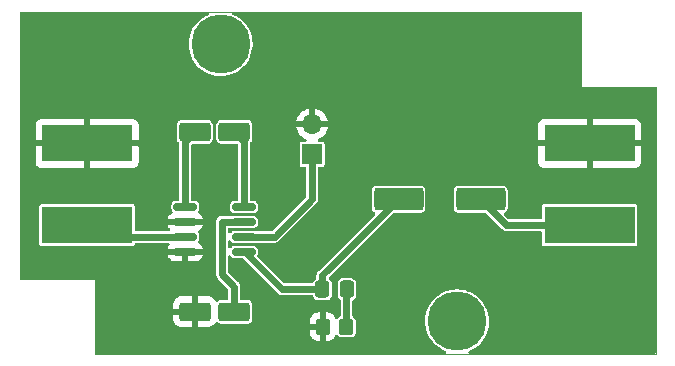
<source format=gbr>
%TF.GenerationSoftware,KiCad,Pcbnew,(6.0.5-0)*%
%TF.CreationDate,2022-12-05T01:18:56+00:00*%
%TF.ProjectId,Ebow,45626f77-2e6b-4696-9361-645f70636258,rev?*%
%TF.SameCoordinates,Original*%
%TF.FileFunction,Copper,L1,Top*%
%TF.FilePolarity,Positive*%
%FSLAX46Y46*%
G04 Gerber Fmt 4.6, Leading zero omitted, Abs format (unit mm)*
G04 Created by KiCad (PCBNEW (6.0.5-0)) date 2022-12-05 01:18:56*
%MOMM*%
%LPD*%
G01*
G04 APERTURE LIST*
G04 Aperture macros list*
%AMRoundRect*
0 Rectangle with rounded corners*
0 $1 Rounding radius*
0 $2 $3 $4 $5 $6 $7 $8 $9 X,Y pos of 4 corners*
0 Add a 4 corners polygon primitive as box body*
4,1,4,$2,$3,$4,$5,$6,$7,$8,$9,$2,$3,0*
0 Add four circle primitives for the rounded corners*
1,1,$1+$1,$2,$3*
1,1,$1+$1,$4,$5*
1,1,$1+$1,$6,$7*
1,1,$1+$1,$8,$9*
0 Add four rect primitives between the rounded corners*
20,1,$1+$1,$2,$3,$4,$5,0*
20,1,$1+$1,$4,$5,$6,$7,0*
20,1,$1+$1,$6,$7,$8,$9,0*
20,1,$1+$1,$8,$9,$2,$3,0*%
G04 Aperture macros list end*
%TA.AperFunction,Profile*%
%ADD10C,0.100000*%
%TD*%
%TA.AperFunction,SMDPad,CuDef*%
%ADD11R,7.700000X3.100000*%
%TD*%
%TA.AperFunction,ConnectorPad*%
%ADD12C,5.000000*%
%TD*%
%TA.AperFunction,ComponentPad*%
%ADD13C,2.900000*%
%TD*%
%TA.AperFunction,SMDPad,CuDef*%
%ADD14RoundRect,0.150000X-0.825000X-0.150000X0.825000X-0.150000X0.825000X0.150000X-0.825000X0.150000X0*%
%TD*%
%TA.AperFunction,SMDPad,CuDef*%
%ADD15RoundRect,0.250000X0.350000X0.450000X-0.350000X0.450000X-0.350000X-0.450000X0.350000X-0.450000X0*%
%TD*%
%TA.AperFunction,ComponentPad*%
%ADD16R,1.700000X1.700000*%
%TD*%
%TA.AperFunction,ComponentPad*%
%ADD17O,1.700000X1.700000*%
%TD*%
%TA.AperFunction,SMDPad,CuDef*%
%ADD18RoundRect,0.250000X-1.825000X-0.700000X1.825000X-0.700000X1.825000X0.700000X-1.825000X0.700000X0*%
%TD*%
%TA.AperFunction,SMDPad,CuDef*%
%ADD19RoundRect,0.250000X0.337500X0.475000X-0.337500X0.475000X-0.337500X-0.475000X0.337500X-0.475000X0*%
%TD*%
%TA.AperFunction,SMDPad,CuDef*%
%ADD20RoundRect,0.250000X1.075000X0.550000X-1.075000X0.550000X-1.075000X-0.550000X1.075000X-0.550000X0*%
%TD*%
%TA.AperFunction,Conductor*%
%ADD21C,0.600000*%
%TD*%
G04 APERTURE END LIST*
D10*
X98298000Y-107950000D02*
X104648000Y-107950000D01*
X98298000Y-101600000D02*
X98298000Y-107950000D01*
X104648000Y-107950000D02*
X104648000Y-130556000D01*
X57150000Y-124206000D02*
X50800000Y-124206000D01*
X57150000Y-124206000D02*
X57150000Y-130556000D01*
X50800000Y-124206000D02*
X50800000Y-101600000D01*
X104648000Y-130556000D02*
X57150000Y-130556000D01*
X50800000Y-101600000D02*
X98298000Y-101600000D01*
D11*
%TO.P,L2,1,1*%
%TO.N,Net-(C4-Pad2)*%
X99060000Y-119655000D03*
%TO.P,L2,2,2*%
%TO.N,GND*%
X99060000Y-112755000D03*
%TD*%
D12*
%TO.P,H2,1*%
%TO.N,N/C*%
X87833200Y-127812800D03*
D13*
X87833200Y-127812800D03*
%TD*%
D12*
%TO.P,H1,1*%
%TO.N,N/C*%
X67818000Y-104343200D03*
D13*
X67818000Y-104343200D03*
%TD*%
D14*
%TO.P,U1,1,GAIN*%
%TO.N,/GAIN1*%
X64835000Y-118110000D03*
%TO.P,U1,2,-*%
%TO.N,GND*%
X64835000Y-119380000D03*
%TO.P,U1,3,+*%
%TO.N,Net-(L1-Pad2)*%
X64835000Y-120650000D03*
%TO.P,U1,4,GND*%
%TO.N,GND*%
X64835000Y-121920000D03*
%TO.P,U1,5*%
%TO.N,Net-(C3-Pad2)*%
X69785000Y-121920000D03*
%TO.P,U1,6,V+*%
%TO.N,+5V*%
X69785000Y-120650000D03*
%TO.P,U1,7,BYPASS*%
%TO.N,/BYPASS1*%
X69785000Y-119380000D03*
%TO.P,U1,8,GAIN*%
%TO.N,/GAIN2*%
X69785000Y-118110000D03*
%TD*%
D15*
%TO.P,R1,1*%
%TO.N,Net-(C3-Pad1)*%
X78470000Y-128270000D03*
%TO.P,R1,2*%
%TO.N,GND*%
X76470000Y-128270000D03*
%TD*%
D11*
%TO.P,L1,1,1*%
%TO.N,GND*%
X56515000Y-112755000D03*
%TO.P,L1,2,2*%
%TO.N,Net-(L1-Pad2)*%
X56515000Y-119655000D03*
%TD*%
D16*
%TO.P,J1,1,Pin_1*%
%TO.N,+5V*%
X75565000Y-113665000D03*
D17*
%TO.P,J1,2,Pin_2*%
%TO.N,GND*%
X75565000Y-111125000D03*
%TD*%
D18*
%TO.P,C4,1*%
%TO.N,Net-(C3-Pad2)*%
X82885000Y-117475000D03*
%TO.P,C4,2*%
%TO.N,Net-(C4-Pad2)*%
X89835000Y-117475000D03*
%TD*%
D19*
%TO.P,C3,1*%
%TO.N,Net-(C3-Pad1)*%
X78507500Y-125095000D03*
%TO.P,C3,2*%
%TO.N,Net-(C3-Pad2)*%
X76432500Y-125095000D03*
%TD*%
D20*
%TO.P,C2,1*%
%TO.N,/BYPASS1*%
X68985000Y-127000000D03*
%TO.P,C2,2*%
%TO.N,GND*%
X65635000Y-127000000D03*
%TD*%
%TO.P,C1,1*%
%TO.N,/GAIN2*%
X68985000Y-111760000D03*
%TO.P,C1,2*%
%TO.N,/GAIN1*%
X65635000Y-111760000D03*
%TD*%
D21*
%TO.N,+5V*%
X72390000Y-120650000D02*
X75565000Y-117475000D01*
X75565000Y-117475000D02*
X75565000Y-113665000D01*
X69785000Y-120650000D02*
X72390000Y-120650000D01*
%TO.N,Net-(C3-Pad2)*%
X69850000Y-121920000D02*
X73025000Y-125095000D01*
X69785000Y-121920000D02*
X69850000Y-121920000D01*
X73025000Y-125095000D02*
X76432500Y-125095000D01*
%TO.N,Net-(C4-Pad2)*%
X99060000Y-119655000D02*
X92015000Y-119655000D01*
X92015000Y-119655000D02*
X89835000Y-117475000D01*
%TO.N,Net-(C3-Pad2)*%
X76432500Y-125095000D02*
X76432500Y-123927500D01*
X76432500Y-123927500D02*
X82885000Y-117475000D01*
%TO.N,Net-(C3-Pad1)*%
X78470000Y-128270000D02*
X78470000Y-125132500D01*
X78470000Y-125132500D02*
X78507500Y-125095000D01*
%TO.N,/BYPASS1*%
X67945000Y-119380000D02*
X67945000Y-123825000D01*
X68985000Y-127000000D02*
X68985000Y-124865000D01*
X68985000Y-124865000D02*
X67945000Y-123825000D01*
X69785000Y-119380000D02*
X67945000Y-119380000D01*
%TO.N,Net-(L1-Pad2)*%
X64835000Y-120650000D02*
X57510000Y-120650000D01*
X57510000Y-120650000D02*
X56515000Y-119655000D01*
%TO.N,/GAIN1*%
X64835000Y-118110000D02*
X64835000Y-112560000D01*
X64835000Y-112560000D02*
X65635000Y-111760000D01*
%TO.N,/GAIN2*%
X69785000Y-118110000D02*
X69785000Y-112560000D01*
X69785000Y-112560000D02*
X68985000Y-111760000D01*
%TD*%
%TA.AperFunction,Conductor*%
%TO.N,GND*%
G36*
X66813425Y-101621002D02*
G01*
X66859918Y-101674658D01*
X66870022Y-101744932D01*
X66840528Y-101809512D01*
X66796250Y-101842241D01*
X66577153Y-101939103D01*
X66573899Y-101941039D01*
X66573893Y-101941042D01*
X66551780Y-101954198D01*
X66297319Y-102105586D01*
X66039513Y-102304482D01*
X66036812Y-102307141D01*
X66036805Y-102307147D01*
X65810177Y-102530244D01*
X65807469Y-102532910D01*
X65805105Y-102535877D01*
X65805102Y-102535880D01*
X65790613Y-102554063D01*
X65604548Y-102787560D01*
X65433690Y-103064744D01*
X65297369Y-103360447D01*
X65296210Y-103364048D01*
X65296207Y-103364054D01*
X65287682Y-103390527D01*
X65197560Y-103670385D01*
X65196841Y-103674101D01*
X65196839Y-103674109D01*
X65136428Y-103986351D01*
X65136427Y-103986360D01*
X65135709Y-103990070D01*
X65135442Y-103993846D01*
X65135441Y-103993851D01*
X65133719Y-104018177D01*
X65112712Y-104314869D01*
X65128902Y-104640079D01*
X65129543Y-104643810D01*
X65129544Y-104643818D01*
X65144030Y-104728116D01*
X65184045Y-104960989D01*
X65185133Y-104964628D01*
X65185134Y-104964631D01*
X65208697Y-105043418D01*
X65277341Y-105272949D01*
X65407439Y-105571442D01*
X65572455Y-105852144D01*
X65574756Y-105855159D01*
X65767698Y-106107975D01*
X65767703Y-106107981D01*
X65769998Y-106110988D01*
X65997208Y-106344225D01*
X66250792Y-106548476D01*
X66527078Y-106720783D01*
X66822063Y-106858651D01*
X67131474Y-106960081D01*
X67450830Y-107023605D01*
X67454602Y-107023892D01*
X67454610Y-107023893D01*
X67771728Y-107048015D01*
X67771733Y-107048015D01*
X67775505Y-107048302D01*
X68100795Y-107033815D01*
X68421989Y-106980354D01*
X68734434Y-106888693D01*
X69033604Y-106760159D01*
X69036882Y-106758255D01*
X69036888Y-106758252D01*
X69200708Y-106663097D01*
X69315165Y-106596615D01*
X69575040Y-106400430D01*
X69809464Y-106174445D01*
X69811862Y-106171500D01*
X70012643Y-105924878D01*
X70012647Y-105924872D01*
X70015040Y-105921933D01*
X70188792Y-105646554D01*
X70328202Y-105352295D01*
X70431251Y-105043418D01*
X70496446Y-104724399D01*
X70522843Y-104399858D01*
X70523436Y-104343200D01*
X70503841Y-104018177D01*
X70499399Y-103993851D01*
X70446025Y-103701604D01*
X70445342Y-103697863D01*
X70348784Y-103386896D01*
X70215567Y-103089782D01*
X70047621Y-102810824D01*
X70045294Y-102807840D01*
X70045289Y-102807833D01*
X69849713Y-102557058D01*
X69849711Y-102557056D01*
X69847377Y-102554063D01*
X69617738Y-102323218D01*
X69362029Y-102121633D01*
X69083954Y-101952229D01*
X68840860Y-101841701D01*
X68787128Y-101795297D01*
X68767012Y-101727210D01*
X68786901Y-101659056D01*
X68840479Y-101612474D01*
X68893012Y-101601000D01*
X98171000Y-101601000D01*
X98239121Y-101621002D01*
X98285614Y-101674658D01*
X98297000Y-101727000D01*
X98297000Y-107949802D01*
X98296918Y-107950000D01*
X98297000Y-107950198D01*
X98297235Y-107950765D01*
X98298000Y-107951082D01*
X98298198Y-107951000D01*
X104521000Y-107951000D01*
X104589121Y-107971002D01*
X104635614Y-108024658D01*
X104647000Y-108077000D01*
X104647000Y-130429000D01*
X104626998Y-130497121D01*
X104573342Y-130543614D01*
X104521000Y-130555000D01*
X88904254Y-130555000D01*
X88836133Y-130534998D01*
X88789640Y-130481342D01*
X88779536Y-130411068D01*
X88809030Y-130346488D01*
X88854516Y-130313232D01*
X89045315Y-130231258D01*
X89048804Y-130229759D01*
X89052082Y-130227855D01*
X89052088Y-130227852D01*
X89215908Y-130132697D01*
X89330365Y-130066215D01*
X89590240Y-129870030D01*
X89824664Y-129644045D01*
X89827062Y-129641100D01*
X90027843Y-129394478D01*
X90027847Y-129394472D01*
X90030240Y-129391533D01*
X90203992Y-129116154D01*
X90273697Y-128969024D01*
X90341777Y-128825325D01*
X90343402Y-128821895D01*
X90446451Y-128513018D01*
X90511646Y-128193999D01*
X90538043Y-127869458D01*
X90538636Y-127812800D01*
X90536102Y-127770757D01*
X90519269Y-127491555D01*
X90519269Y-127491551D01*
X90519041Y-127487777D01*
X90514599Y-127463451D01*
X90477164Y-127258475D01*
X90460542Y-127167463D01*
X90363984Y-126856496D01*
X90230767Y-126559382D01*
X90062821Y-126280424D01*
X90060494Y-126277440D01*
X90060489Y-126277433D01*
X89864913Y-126026658D01*
X89864911Y-126026656D01*
X89862577Y-126023663D01*
X89632938Y-125792818D01*
X89620718Y-125783184D01*
X89380210Y-125593583D01*
X89377229Y-125591233D01*
X89099154Y-125421829D01*
X88980653Y-125367950D01*
X88806194Y-125288627D01*
X88806186Y-125288624D01*
X88802742Y-125287058D01*
X88492285Y-125188873D01*
X88350271Y-125162168D01*
X88176005Y-125129397D01*
X88176000Y-125129396D01*
X88172281Y-125128697D01*
X87847366Y-125107401D01*
X87843586Y-125107609D01*
X87843585Y-125107609D01*
X87746356Y-125112960D01*
X87522245Y-125125294D01*
X87518518Y-125125955D01*
X87518514Y-125125955D01*
X87259825Y-125171801D01*
X87201629Y-125182115D01*
X87198004Y-125183220D01*
X87197999Y-125183221D01*
X86996396Y-125244666D01*
X86890161Y-125277044D01*
X86886697Y-125278575D01*
X86886690Y-125278578D01*
X86703138Y-125359726D01*
X86592353Y-125408703D01*
X86589099Y-125410639D01*
X86589093Y-125410642D01*
X86340090Y-125558783D01*
X86312519Y-125575186D01*
X86309518Y-125577501D01*
X86309514Y-125577504D01*
X86190714Y-125669158D01*
X86054713Y-125774082D01*
X86052012Y-125776741D01*
X86052005Y-125776747D01*
X85825443Y-125999779D01*
X85822669Y-126002510D01*
X85820305Y-126005477D01*
X85820302Y-126005480D01*
X85641994Y-126229243D01*
X85619748Y-126257160D01*
X85448890Y-126534344D01*
X85312569Y-126830047D01*
X85311410Y-126833648D01*
X85311407Y-126833654D01*
X85217074Y-127126588D01*
X85212760Y-127139985D01*
X85212041Y-127143701D01*
X85212039Y-127143709D01*
X85151628Y-127455951D01*
X85151627Y-127455960D01*
X85150909Y-127459670D01*
X85150642Y-127463446D01*
X85150641Y-127463451D01*
X85128998Y-127769129D01*
X85127912Y-127784469D01*
X85131900Y-127864579D01*
X85139216Y-128011525D01*
X85144102Y-128109679D01*
X85144743Y-128113410D01*
X85144744Y-128113418D01*
X85178180Y-128307999D01*
X85199245Y-128430589D01*
X85200333Y-128434228D01*
X85200334Y-128434231D01*
X85231233Y-128537548D01*
X85292541Y-128742549D01*
X85294054Y-128746020D01*
X85294056Y-128746026D01*
X85375343Y-128932528D01*
X85422639Y-129041042D01*
X85424562Y-129044314D01*
X85424564Y-129044317D01*
X85427174Y-129048757D01*
X85587655Y-129321744D01*
X85589956Y-129324759D01*
X85782898Y-129577575D01*
X85782903Y-129577581D01*
X85785198Y-129580588D01*
X86012408Y-129813825D01*
X86265992Y-130018076D01*
X86542278Y-130190383D01*
X86626528Y-130229759D01*
X86808594Y-130314852D01*
X86861838Y-130361816D01*
X86881239Y-130430110D01*
X86860638Y-130498052D01*
X86806575Y-130544070D01*
X86755244Y-130555000D01*
X57277000Y-130555000D01*
X57208879Y-130534998D01*
X57162386Y-130481342D01*
X57151000Y-130429000D01*
X57151000Y-128767095D01*
X75362001Y-128767095D01*
X75362338Y-128773614D01*
X75372257Y-128869206D01*
X75375149Y-128882600D01*
X75426588Y-129036784D01*
X75432761Y-129049962D01*
X75518063Y-129187807D01*
X75527099Y-129199208D01*
X75641829Y-129313739D01*
X75653240Y-129322751D01*
X75791243Y-129407816D01*
X75804424Y-129413963D01*
X75958710Y-129465138D01*
X75972086Y-129468005D01*
X76066438Y-129477672D01*
X76072854Y-129478000D01*
X76197885Y-129478000D01*
X76213124Y-129473525D01*
X76214329Y-129472135D01*
X76216000Y-129464452D01*
X76216000Y-129459884D01*
X76724000Y-129459884D01*
X76728475Y-129475123D01*
X76729865Y-129476328D01*
X76737548Y-129477999D01*
X76867095Y-129477999D01*
X76873614Y-129477662D01*
X76969206Y-129467743D01*
X76982600Y-129464851D01*
X77136784Y-129413412D01*
X77149962Y-129407239D01*
X77287807Y-129321937D01*
X77299208Y-129312901D01*
X77413739Y-129198171D01*
X77422751Y-129186760D01*
X77507816Y-129048757D01*
X77513963Y-129035576D01*
X77523909Y-129005590D01*
X77564340Y-128947230D01*
X77629904Y-128919994D01*
X77699786Y-128932528D01*
X77744853Y-128970399D01*
X77792255Y-129034576D01*
X77792258Y-129034579D01*
X77797850Y-129042150D01*
X77805421Y-129047742D01*
X77899243Y-129117041D01*
X77899246Y-129117042D01*
X77906816Y-129122634D01*
X78034631Y-129167519D01*
X78042277Y-129168242D01*
X78042278Y-129168242D01*
X78048248Y-129168806D01*
X78066166Y-129170500D01*
X78873834Y-129170500D01*
X78891752Y-129168806D01*
X78897722Y-129168242D01*
X78897723Y-129168242D01*
X78905369Y-129167519D01*
X79033184Y-129122634D01*
X79040754Y-129117042D01*
X79040757Y-129117041D01*
X79134579Y-129047742D01*
X79142150Y-129042150D01*
X79169154Y-129005590D01*
X79217041Y-128940757D01*
X79217042Y-128940754D01*
X79222634Y-128933184D01*
X79267519Y-128805369D01*
X79270500Y-128773834D01*
X79270500Y-127766166D01*
X79267519Y-127734631D01*
X79222634Y-127606816D01*
X79217042Y-127599246D01*
X79217041Y-127599243D01*
X79147742Y-127505421D01*
X79142150Y-127497850D01*
X79033184Y-127417366D01*
X79033337Y-127417159D01*
X78986699Y-127371706D01*
X78970500Y-127309903D01*
X78970500Y-126092722D01*
X78990502Y-126024601D01*
X79041229Y-125980646D01*
X79040973Y-125980163D01*
X79043064Y-125979056D01*
X79044158Y-125978108D01*
X79047070Y-125976935D01*
X79049303Y-125975753D01*
X79058184Y-125972634D01*
X79065754Y-125967042D01*
X79065757Y-125967041D01*
X79159579Y-125897742D01*
X79167150Y-125892150D01*
X79193658Y-125856261D01*
X79242041Y-125790757D01*
X79242042Y-125790754D01*
X79247634Y-125783184D01*
X79292519Y-125655369D01*
X79295500Y-125623834D01*
X79295500Y-124566166D01*
X79292519Y-124534631D01*
X79247634Y-124406816D01*
X79242042Y-124399246D01*
X79242041Y-124399243D01*
X79172742Y-124305421D01*
X79167150Y-124297850D01*
X79150206Y-124285335D01*
X79065757Y-124222959D01*
X79065754Y-124222958D01*
X79058184Y-124217366D01*
X78930369Y-124172481D01*
X78922723Y-124171758D01*
X78922722Y-124171758D01*
X78916752Y-124171194D01*
X78898834Y-124169500D01*
X78116166Y-124169500D01*
X78098248Y-124171194D01*
X78092278Y-124171758D01*
X78092277Y-124171758D01*
X78084631Y-124172481D01*
X77956816Y-124217366D01*
X77949246Y-124222958D01*
X77949243Y-124222959D01*
X77864794Y-124285335D01*
X77847850Y-124297850D01*
X77842258Y-124305421D01*
X77772959Y-124399243D01*
X77772958Y-124399246D01*
X77767366Y-124406816D01*
X77722481Y-124534631D01*
X77719500Y-124566166D01*
X77719500Y-125623834D01*
X77722481Y-125655369D01*
X77767366Y-125783184D01*
X77772958Y-125790754D01*
X77772959Y-125790757D01*
X77821342Y-125856261D01*
X77847850Y-125892150D01*
X77855421Y-125897742D01*
X77918360Y-125944230D01*
X77961270Y-126000791D01*
X77969500Y-126045581D01*
X77969500Y-127309903D01*
X77949498Y-127378024D01*
X77906766Y-127417298D01*
X77906816Y-127417366D01*
X77797850Y-127497850D01*
X77792258Y-127505421D01*
X77744791Y-127569685D01*
X77688229Y-127612596D01*
X77617448Y-127618115D01*
X77554918Y-127584490D01*
X77523916Y-127534700D01*
X77513413Y-127503218D01*
X77507239Y-127490038D01*
X77421937Y-127352193D01*
X77412901Y-127340792D01*
X77298171Y-127226261D01*
X77286760Y-127217249D01*
X77148757Y-127132184D01*
X77135576Y-127126037D01*
X76981290Y-127074862D01*
X76967914Y-127071995D01*
X76873562Y-127062328D01*
X76867145Y-127062000D01*
X76742115Y-127062000D01*
X76726876Y-127066475D01*
X76725671Y-127067865D01*
X76724000Y-127075548D01*
X76724000Y-129459884D01*
X76216000Y-129459884D01*
X76216000Y-128542115D01*
X76211525Y-128526876D01*
X76210135Y-128525671D01*
X76202452Y-128524000D01*
X75380116Y-128524000D01*
X75364877Y-128528475D01*
X75363672Y-128529865D01*
X75362001Y-128537548D01*
X75362001Y-128767095D01*
X57151000Y-128767095D01*
X57151000Y-127597095D01*
X63802001Y-127597095D01*
X63802338Y-127603614D01*
X63812257Y-127699206D01*
X63815149Y-127712600D01*
X63866588Y-127866784D01*
X63872761Y-127879962D01*
X63958063Y-128017807D01*
X63967099Y-128029208D01*
X64081829Y-128143739D01*
X64093240Y-128152751D01*
X64231243Y-128237816D01*
X64244424Y-128243963D01*
X64398710Y-128295138D01*
X64412086Y-128298005D01*
X64506438Y-128307672D01*
X64512854Y-128308000D01*
X65362885Y-128308000D01*
X65378124Y-128303525D01*
X65379329Y-128302135D01*
X65381000Y-128294452D01*
X65381000Y-128289884D01*
X65889000Y-128289884D01*
X65893475Y-128305123D01*
X65894865Y-128306328D01*
X65902548Y-128307999D01*
X66757095Y-128307999D01*
X66763614Y-128307662D01*
X66859206Y-128297743D01*
X66872600Y-128294851D01*
X67026784Y-128243412D01*
X67039962Y-128237239D01*
X67177807Y-128151937D01*
X67189208Y-128142901D01*
X67303739Y-128028171D01*
X67312753Y-128016757D01*
X67389917Y-127891573D01*
X67442689Y-127844079D01*
X67512760Y-127832655D01*
X67577884Y-127860929D01*
X67583045Y-127865644D01*
X67587850Y-127872150D01*
X67595421Y-127877742D01*
X67689243Y-127947041D01*
X67689246Y-127947042D01*
X67696816Y-127952634D01*
X67824631Y-127997519D01*
X67832277Y-127998242D01*
X67832278Y-127998242D01*
X67838248Y-127998806D01*
X67856166Y-128000500D01*
X70113834Y-128000500D01*
X70131752Y-127998806D01*
X70137722Y-127998242D01*
X70137723Y-127998242D01*
X70141498Y-127997885D01*
X75362000Y-127997885D01*
X75366475Y-128013124D01*
X75367865Y-128014329D01*
X75375548Y-128016000D01*
X76197885Y-128016000D01*
X76213124Y-128011525D01*
X76214329Y-128010135D01*
X76216000Y-128002452D01*
X76216000Y-127080116D01*
X76211525Y-127064877D01*
X76210135Y-127063672D01*
X76202452Y-127062001D01*
X76072905Y-127062001D01*
X76066386Y-127062338D01*
X75970794Y-127072257D01*
X75957400Y-127075149D01*
X75803216Y-127126588D01*
X75790038Y-127132761D01*
X75652193Y-127218063D01*
X75640792Y-127227099D01*
X75526261Y-127341829D01*
X75517249Y-127353240D01*
X75432184Y-127491243D01*
X75426037Y-127504424D01*
X75374862Y-127658710D01*
X75371995Y-127672086D01*
X75362328Y-127766438D01*
X75362000Y-127772855D01*
X75362000Y-127997885D01*
X70141498Y-127997885D01*
X70145369Y-127997519D01*
X70273184Y-127952634D01*
X70280754Y-127947042D01*
X70280757Y-127947041D01*
X70374579Y-127877742D01*
X70382150Y-127872150D01*
X70411322Y-127832655D01*
X70457041Y-127770757D01*
X70457042Y-127770754D01*
X70462634Y-127763184D01*
X70507519Y-127635369D01*
X70510500Y-127603834D01*
X70510500Y-126396166D01*
X70507519Y-126364631D01*
X70462634Y-126236816D01*
X70457042Y-126229246D01*
X70457041Y-126229243D01*
X70387742Y-126135421D01*
X70382150Y-126127850D01*
X70334591Y-126092722D01*
X70280757Y-126052959D01*
X70280754Y-126052958D01*
X70273184Y-126047366D01*
X70145369Y-126002481D01*
X70137723Y-126001758D01*
X70137722Y-126001758D01*
X70131752Y-126001194D01*
X70113834Y-125999500D01*
X69611500Y-125999500D01*
X69543379Y-125979498D01*
X69496886Y-125925842D01*
X69485500Y-125873500D01*
X69485500Y-124935180D01*
X69486828Y-124923295D01*
X69486318Y-124923254D01*
X69487038Y-124914308D01*
X69489019Y-124905552D01*
X69485742Y-124852735D01*
X69485500Y-124844932D01*
X69485500Y-124829060D01*
X69484052Y-124818948D01*
X69483022Y-124808894D01*
X69480697Y-124771425D01*
X69480141Y-124762462D01*
X69477093Y-124754018D01*
X69476324Y-124750306D01*
X69472657Y-124735601D01*
X69471596Y-124731973D01*
X69470323Y-124723082D01*
X69451061Y-124680718D01*
X69447254Y-124671363D01*
X69434509Y-124636057D01*
X69434507Y-124636053D01*
X69431460Y-124627613D01*
X69426165Y-124620365D01*
X69424389Y-124617025D01*
X69416726Y-124603911D01*
X69414697Y-124600739D01*
X69410984Y-124592572D01*
X69405129Y-124585777D01*
X69405127Y-124585774D01*
X69380613Y-124557325D01*
X69374324Y-124549404D01*
X69369352Y-124542598D01*
X69366478Y-124538664D01*
X69355735Y-124527921D01*
X69349377Y-124521074D01*
X69323259Y-124490763D01*
X69317400Y-124483963D01*
X69309866Y-124479080D01*
X69303104Y-124473181D01*
X69303108Y-124473176D01*
X69292014Y-124464200D01*
X68482405Y-123654591D01*
X68448379Y-123592279D01*
X68445500Y-123565496D01*
X68445500Y-122351292D01*
X68465502Y-122283171D01*
X68519158Y-122236678D01*
X68589432Y-122226574D01*
X68654012Y-122256068D01*
X68668862Y-122272361D01*
X68671068Y-122276855D01*
X68753650Y-122359293D01*
X68858482Y-122410536D01*
X68888973Y-122414984D01*
X68922256Y-122419840D01*
X68922260Y-122419840D01*
X68926782Y-122420500D01*
X69590496Y-122420500D01*
X69658617Y-122440502D01*
X69679591Y-122457405D01*
X72621466Y-125399280D01*
X72628932Y-125408624D01*
X72629322Y-125408292D01*
X72635140Y-125415128D01*
X72639930Y-125422720D01*
X72646658Y-125428662D01*
X72646659Y-125428663D01*
X72679600Y-125457755D01*
X72685288Y-125463102D01*
X72696506Y-125474320D01*
X72700094Y-125477009D01*
X72700095Y-125477010D01*
X72704684Y-125480450D01*
X72712523Y-125486832D01*
X72747388Y-125517623D01*
X72755511Y-125521437D01*
X72758664Y-125523508D01*
X72771676Y-125531327D01*
X72774994Y-125533143D01*
X72782176Y-125538526D01*
X72825741Y-125554858D01*
X72835050Y-125558780D01*
X72877163Y-125578553D01*
X72886036Y-125579935D01*
X72889658Y-125581042D01*
X72904328Y-125584891D01*
X72908017Y-125585702D01*
X72916419Y-125588852D01*
X72925364Y-125589517D01*
X72925374Y-125589519D01*
X72962828Y-125592302D01*
X72972855Y-125593452D01*
X72986009Y-125595500D01*
X73001204Y-125595500D01*
X73010542Y-125595846D01*
X73059392Y-125599476D01*
X73068168Y-125597603D01*
X73077125Y-125596992D01*
X73077125Y-125596998D01*
X73091318Y-125595500D01*
X75537161Y-125595500D01*
X75605282Y-125615502D01*
X75651775Y-125669158D01*
X75656041Y-125679745D01*
X75692366Y-125783184D01*
X75697958Y-125790754D01*
X75697959Y-125790757D01*
X75746342Y-125856261D01*
X75772850Y-125892150D01*
X75780421Y-125897742D01*
X75874243Y-125967041D01*
X75874246Y-125967042D01*
X75881816Y-125972634D01*
X76009631Y-126017519D01*
X76017277Y-126018242D01*
X76017278Y-126018242D01*
X76023248Y-126018806D01*
X76041166Y-126020500D01*
X76823834Y-126020500D01*
X76841752Y-126018806D01*
X76847722Y-126018242D01*
X76847723Y-126018242D01*
X76855369Y-126017519D01*
X76983184Y-125972634D01*
X76990754Y-125967042D01*
X76990757Y-125967041D01*
X77084579Y-125897742D01*
X77092150Y-125892150D01*
X77118658Y-125856261D01*
X77167041Y-125790757D01*
X77167042Y-125790754D01*
X77172634Y-125783184D01*
X77217519Y-125655369D01*
X77220500Y-125623834D01*
X77220500Y-124566166D01*
X77217519Y-124534631D01*
X77172634Y-124406816D01*
X77167042Y-124399246D01*
X77167041Y-124399243D01*
X77097742Y-124305421D01*
X77092150Y-124297850D01*
X77084578Y-124292257D01*
X77024565Y-124247930D01*
X76981654Y-124191368D01*
X76976135Y-124120586D01*
X77010330Y-124057484D01*
X82405409Y-118662405D01*
X82467721Y-118628379D01*
X82494504Y-118625500D01*
X84763834Y-118625500D01*
X84781752Y-118623806D01*
X84787722Y-118623242D01*
X84787723Y-118623242D01*
X84795369Y-118622519D01*
X84923184Y-118577634D01*
X84930754Y-118572042D01*
X84930757Y-118572041D01*
X85024579Y-118502742D01*
X85032150Y-118497150D01*
X85061431Y-118457507D01*
X85107041Y-118395757D01*
X85107042Y-118395754D01*
X85112634Y-118388184D01*
X85157519Y-118260369D01*
X85160500Y-118228834D01*
X87559500Y-118228834D01*
X87562481Y-118260369D01*
X87607366Y-118388184D01*
X87612958Y-118395754D01*
X87612959Y-118395757D01*
X87658569Y-118457507D01*
X87687850Y-118497150D01*
X87695421Y-118502742D01*
X87789243Y-118572041D01*
X87789246Y-118572042D01*
X87796816Y-118577634D01*
X87924631Y-118622519D01*
X87932277Y-118623242D01*
X87932278Y-118623242D01*
X87938248Y-118623806D01*
X87956166Y-118625500D01*
X90225496Y-118625500D01*
X90293617Y-118645502D01*
X90314591Y-118662405D01*
X91611466Y-119959280D01*
X91618932Y-119968624D01*
X91619322Y-119968292D01*
X91625140Y-119975128D01*
X91629930Y-119982720D01*
X91636658Y-119988662D01*
X91636659Y-119988663D01*
X91669600Y-120017755D01*
X91675288Y-120023102D01*
X91686507Y-120034321D01*
X91690095Y-120037010D01*
X91690096Y-120037011D01*
X91694684Y-120040450D01*
X91702523Y-120046832D01*
X91715270Y-120058089D01*
X91737388Y-120077623D01*
X91745506Y-120081434D01*
X91748659Y-120083506D01*
X91761680Y-120091329D01*
X91764989Y-120093141D01*
X91772176Y-120098527D01*
X91780581Y-120101678D01*
X91780583Y-120101679D01*
X91815737Y-120114857D01*
X91825057Y-120118784D01*
X91867163Y-120138553D01*
X91876035Y-120139934D01*
X91879658Y-120141042D01*
X91894317Y-120144888D01*
X91898014Y-120145701D01*
X91906420Y-120148852D01*
X91952843Y-120152302D01*
X91962856Y-120153452D01*
X91976009Y-120155500D01*
X91991204Y-120155500D01*
X92000542Y-120155846D01*
X92049392Y-120159476D01*
X92058168Y-120157603D01*
X92067125Y-120156992D01*
X92067125Y-120156998D01*
X92081318Y-120155500D01*
X94883500Y-120155500D01*
X94951621Y-120175502D01*
X94998114Y-120229158D01*
X95009500Y-120281500D01*
X95009500Y-121224748D01*
X95010707Y-121230816D01*
X95012914Y-121241909D01*
X95021133Y-121283231D01*
X95065448Y-121349552D01*
X95131769Y-121393867D01*
X95143938Y-121396288D01*
X95143939Y-121396288D01*
X95184184Y-121404293D01*
X95190252Y-121405500D01*
X102929748Y-121405500D01*
X102935816Y-121404293D01*
X102976061Y-121396288D01*
X102976062Y-121396288D01*
X102988231Y-121393867D01*
X103054552Y-121349552D01*
X103098867Y-121283231D01*
X103107087Y-121241909D01*
X103109293Y-121230816D01*
X103110500Y-121224748D01*
X103110500Y-118085252D01*
X103098867Y-118026769D01*
X103054552Y-117960448D01*
X102988231Y-117916133D01*
X102976062Y-117913712D01*
X102976061Y-117913712D01*
X102935816Y-117905707D01*
X102929748Y-117904500D01*
X95190252Y-117904500D01*
X95184184Y-117905707D01*
X95143939Y-117913712D01*
X95143938Y-117913712D01*
X95131769Y-117916133D01*
X95065448Y-117960448D01*
X95021133Y-118026769D01*
X95009500Y-118085252D01*
X95009500Y-119028500D01*
X94989498Y-119096621D01*
X94935842Y-119143114D01*
X94883500Y-119154500D01*
X92274504Y-119154500D01*
X92206383Y-119134498D01*
X92185409Y-119117595D01*
X91843875Y-118776061D01*
X91809849Y-118713749D01*
X91814914Y-118642934D01*
X91857461Y-118586098D01*
X91867879Y-118579497D01*
X91873184Y-118577634D01*
X91982150Y-118497150D01*
X92011431Y-118457507D01*
X92057041Y-118395757D01*
X92057042Y-118395754D01*
X92062634Y-118388184D01*
X92107519Y-118260369D01*
X92110500Y-118228834D01*
X92110500Y-116721166D01*
X92107519Y-116689631D01*
X92062634Y-116561816D01*
X92057042Y-116554246D01*
X92057041Y-116554243D01*
X91987742Y-116460421D01*
X91982150Y-116452850D01*
X91965206Y-116440335D01*
X91880757Y-116377959D01*
X91880754Y-116377958D01*
X91873184Y-116372366D01*
X91745369Y-116327481D01*
X91737723Y-116326758D01*
X91737722Y-116326758D01*
X91731752Y-116326194D01*
X91713834Y-116324500D01*
X87956166Y-116324500D01*
X87938248Y-116326194D01*
X87932278Y-116326758D01*
X87932277Y-116326758D01*
X87924631Y-116327481D01*
X87796816Y-116372366D01*
X87789246Y-116377958D01*
X87789243Y-116377959D01*
X87704794Y-116440335D01*
X87687850Y-116452850D01*
X87682258Y-116460421D01*
X87612959Y-116554243D01*
X87612958Y-116554246D01*
X87607366Y-116561816D01*
X87562481Y-116689631D01*
X87559500Y-116721166D01*
X87559500Y-118228834D01*
X85160500Y-118228834D01*
X85160500Y-116721166D01*
X85157519Y-116689631D01*
X85112634Y-116561816D01*
X85107042Y-116554246D01*
X85107041Y-116554243D01*
X85037742Y-116460421D01*
X85032150Y-116452850D01*
X85015206Y-116440335D01*
X84930757Y-116377959D01*
X84930754Y-116377958D01*
X84923184Y-116372366D01*
X84795369Y-116327481D01*
X84787723Y-116326758D01*
X84787722Y-116326758D01*
X84781752Y-116326194D01*
X84763834Y-116324500D01*
X81006166Y-116324500D01*
X80988248Y-116326194D01*
X80982278Y-116326758D01*
X80982277Y-116326758D01*
X80974631Y-116327481D01*
X80846816Y-116372366D01*
X80839246Y-116377958D01*
X80839243Y-116377959D01*
X80754794Y-116440335D01*
X80737850Y-116452850D01*
X80732258Y-116460421D01*
X80662959Y-116554243D01*
X80662958Y-116554246D01*
X80657366Y-116561816D01*
X80612481Y-116689631D01*
X80609500Y-116721166D01*
X80609500Y-118228834D01*
X80612481Y-118260369D01*
X80657366Y-118388184D01*
X80662958Y-118395754D01*
X80662959Y-118395757D01*
X80708569Y-118457507D01*
X80737850Y-118497150D01*
X80846816Y-118577634D01*
X80848767Y-118578319D01*
X80896831Y-118625163D01*
X80912814Y-118694337D01*
X80888861Y-118761171D01*
X80876125Y-118776061D01*
X76128220Y-123523966D01*
X76118876Y-123531432D01*
X76119208Y-123531822D01*
X76112372Y-123537640D01*
X76104780Y-123542430D01*
X76098838Y-123549158D01*
X76098837Y-123549159D01*
X76069745Y-123582100D01*
X76064398Y-123587788D01*
X76053180Y-123599006D01*
X76050491Y-123602594D01*
X76050490Y-123602595D01*
X76047050Y-123607184D01*
X76040668Y-123615023D01*
X76015818Y-123643161D01*
X76009877Y-123649888D01*
X76006063Y-123658011D01*
X76003992Y-123661164D01*
X75996173Y-123674176D01*
X75994356Y-123677495D01*
X75988974Y-123684676D01*
X75985825Y-123693077D01*
X75985824Y-123693078D01*
X75972644Y-123728236D01*
X75968717Y-123737553D01*
X75952763Y-123771534D01*
X75952762Y-123771537D01*
X75948947Y-123779663D01*
X75947565Y-123788537D01*
X75946461Y-123792150D01*
X75942615Y-123806807D01*
X75941801Y-123810510D01*
X75938648Y-123818920D01*
X75935198Y-123865343D01*
X75934048Y-123875356D01*
X75932000Y-123888509D01*
X75932000Y-123903704D01*
X75931654Y-123913041D01*
X75928024Y-123961892D01*
X75929897Y-123970668D01*
X75930508Y-123979625D01*
X75930502Y-123979625D01*
X75932000Y-123993818D01*
X75932000Y-124116721D01*
X75911998Y-124184842D01*
X75880860Y-124218072D01*
X75772850Y-124297850D01*
X75767258Y-124305421D01*
X75697959Y-124399243D01*
X75697958Y-124399246D01*
X75692366Y-124406816D01*
X75662887Y-124490763D01*
X75656044Y-124510248D01*
X75614601Y-124567893D01*
X75548572Y-124593982D01*
X75537161Y-124594500D01*
X73284504Y-124594500D01*
X73216383Y-124574498D01*
X73195409Y-124557595D01*
X70967786Y-122329972D01*
X70933760Y-122267660D01*
X70938825Y-122196845D01*
X70943679Y-122185547D01*
X70946241Y-122180304D01*
X70950536Y-122171518D01*
X70960500Y-122103218D01*
X70960500Y-121736782D01*
X70950358Y-121667888D01*
X70898932Y-121563145D01*
X70816350Y-121480707D01*
X70711518Y-121429464D01*
X70681027Y-121425016D01*
X70647744Y-121420160D01*
X70647740Y-121420160D01*
X70643218Y-121419500D01*
X69873796Y-121419500D01*
X69864459Y-121419154D01*
X69849036Y-121418008D01*
X69815608Y-121415524D01*
X69806832Y-121417397D01*
X69797875Y-121418008D01*
X69797875Y-121418002D01*
X69783682Y-121419500D01*
X68926782Y-121419500D01*
X68922232Y-121420170D01*
X68922229Y-121420170D01*
X68867574Y-121428216D01*
X68867573Y-121428216D01*
X68857888Y-121429642D01*
X68807992Y-121454140D01*
X68762493Y-121476478D01*
X68762491Y-121476479D01*
X68753145Y-121481068D01*
X68670707Y-121563650D01*
X68670021Y-121565053D01*
X68618236Y-121605711D01*
X68547556Y-121612403D01*
X68484477Y-121579820D01*
X68449028Y-121518307D01*
X68445500Y-121488699D01*
X68445500Y-121081292D01*
X68465502Y-121013171D01*
X68519158Y-120966678D01*
X68589432Y-120956574D01*
X68654012Y-120986068D01*
X68668862Y-121002361D01*
X68671068Y-121006855D01*
X68684972Y-121020735D01*
X68734451Y-121070127D01*
X68753650Y-121089293D01*
X68763006Y-121093866D01*
X68763007Y-121093867D01*
X68795460Y-121109730D01*
X68858482Y-121140536D01*
X68888973Y-121144984D01*
X68922256Y-121149840D01*
X68922260Y-121149840D01*
X68926782Y-121150500D01*
X72319819Y-121150500D01*
X72331704Y-121151828D01*
X72331745Y-121151318D01*
X72340691Y-121152038D01*
X72349447Y-121154019D01*
X72402263Y-121150742D01*
X72410067Y-121150500D01*
X72425940Y-121150500D01*
X72430549Y-121149840D01*
X72431505Y-121149703D01*
X72436052Y-121149052D01*
X72446106Y-121148022D01*
X72474097Y-121146285D01*
X72492538Y-121145141D01*
X72500982Y-121142093D01*
X72504694Y-121141324D01*
X72519399Y-121137657D01*
X72523027Y-121136596D01*
X72531918Y-121135323D01*
X72574282Y-121116061D01*
X72583637Y-121112254D01*
X72618943Y-121099509D01*
X72618947Y-121099507D01*
X72627387Y-121096460D01*
X72634635Y-121091165D01*
X72637975Y-121089389D01*
X72651089Y-121081726D01*
X72654261Y-121079697D01*
X72662428Y-121075984D01*
X72669223Y-121070129D01*
X72669226Y-121070127D01*
X72697675Y-121045613D01*
X72705596Y-121039324D01*
X72712402Y-121034352D01*
X72716336Y-121031478D01*
X72727079Y-121020735D01*
X72733926Y-121014377D01*
X72743242Y-121006350D01*
X72771037Y-120982400D01*
X72775920Y-120974866D01*
X72781819Y-120968104D01*
X72781824Y-120968108D01*
X72790800Y-120957014D01*
X75869280Y-117878534D01*
X75878624Y-117871068D01*
X75878292Y-117870678D01*
X75885128Y-117864860D01*
X75892720Y-117860070D01*
X75927756Y-117820399D01*
X75933102Y-117814712D01*
X75944320Y-117803494D01*
X75947010Y-117799905D01*
X75950450Y-117795316D01*
X75956832Y-117787477D01*
X75981682Y-117759339D01*
X75987623Y-117752612D01*
X75991437Y-117744489D01*
X75993508Y-117741336D01*
X76001327Y-117728324D01*
X76003143Y-117725006D01*
X76008526Y-117717824D01*
X76024858Y-117674259D01*
X76028783Y-117664944D01*
X76048553Y-117622837D01*
X76049935Y-117613964D01*
X76051042Y-117610342D01*
X76054891Y-117595672D01*
X76055702Y-117591983D01*
X76058852Y-117583581D01*
X76059517Y-117574636D01*
X76059519Y-117574626D01*
X76062302Y-117537172D01*
X76063452Y-117527145D01*
X76065500Y-117513991D01*
X76065500Y-117498796D01*
X76065846Y-117489459D01*
X76068811Y-117449556D01*
X76069476Y-117440608D01*
X76067603Y-117431832D01*
X76066992Y-117422875D01*
X76066998Y-117422875D01*
X76065500Y-117408682D01*
X76065500Y-114841500D01*
X76085502Y-114773379D01*
X76139158Y-114726886D01*
X76191500Y-114715500D01*
X76434748Y-114715500D01*
X76440816Y-114714293D01*
X76481061Y-114706288D01*
X76481062Y-114706288D01*
X76493231Y-114703867D01*
X76559552Y-114659552D01*
X76603867Y-114593231D01*
X76615500Y-114534748D01*
X76615500Y-114349669D01*
X94702001Y-114349669D01*
X94702371Y-114356490D01*
X94707895Y-114407352D01*
X94711521Y-114422604D01*
X94756676Y-114543054D01*
X94765214Y-114558649D01*
X94841715Y-114660724D01*
X94854276Y-114673285D01*
X94956351Y-114749786D01*
X94971946Y-114758324D01*
X95092394Y-114803478D01*
X95107649Y-114807105D01*
X95158514Y-114812631D01*
X95165328Y-114813000D01*
X98787885Y-114813000D01*
X98803124Y-114808525D01*
X98804329Y-114807135D01*
X98806000Y-114799452D01*
X98806000Y-114794884D01*
X99314000Y-114794884D01*
X99318475Y-114810123D01*
X99319865Y-114811328D01*
X99327548Y-114812999D01*
X102954669Y-114812999D01*
X102961490Y-114812629D01*
X103012352Y-114807105D01*
X103027604Y-114803479D01*
X103148054Y-114758324D01*
X103163649Y-114749786D01*
X103265724Y-114673285D01*
X103278285Y-114660724D01*
X103354786Y-114558649D01*
X103363324Y-114543054D01*
X103408478Y-114422606D01*
X103412105Y-114407351D01*
X103417631Y-114356486D01*
X103418000Y-114349672D01*
X103418000Y-113027115D01*
X103413525Y-113011876D01*
X103412135Y-113010671D01*
X103404452Y-113009000D01*
X99332115Y-113009000D01*
X99316876Y-113013475D01*
X99315671Y-113014865D01*
X99314000Y-113022548D01*
X99314000Y-114794884D01*
X98806000Y-114794884D01*
X98806000Y-113027115D01*
X98801525Y-113011876D01*
X98800135Y-113010671D01*
X98792452Y-113009000D01*
X94720116Y-113009000D01*
X94704877Y-113013475D01*
X94703672Y-113014865D01*
X94702001Y-113022548D01*
X94702001Y-114349669D01*
X76615500Y-114349669D01*
X76615500Y-112795252D01*
X76609903Y-112767115D01*
X76606288Y-112748939D01*
X76606288Y-112748938D01*
X76603867Y-112736769D01*
X76559552Y-112670448D01*
X76493231Y-112626133D01*
X76481062Y-112623712D01*
X76481061Y-112623712D01*
X76440816Y-112615707D01*
X76434748Y-112614500D01*
X76155107Y-112614500D01*
X76086986Y-112594498D01*
X76040493Y-112540842D01*
X76032160Y-112482885D01*
X94702000Y-112482885D01*
X94706475Y-112498124D01*
X94707865Y-112499329D01*
X94715548Y-112501000D01*
X98787885Y-112501000D01*
X98803124Y-112496525D01*
X98804329Y-112495135D01*
X98806000Y-112487452D01*
X98806000Y-112482885D01*
X99314000Y-112482885D01*
X99318475Y-112498124D01*
X99319865Y-112499329D01*
X99327548Y-112501000D01*
X103399884Y-112501000D01*
X103415123Y-112496525D01*
X103416328Y-112495135D01*
X103417999Y-112487452D01*
X103417999Y-111160331D01*
X103417629Y-111153510D01*
X103412105Y-111102648D01*
X103408479Y-111087396D01*
X103363324Y-110966946D01*
X103354786Y-110951351D01*
X103278285Y-110849276D01*
X103265724Y-110836715D01*
X103163649Y-110760214D01*
X103148054Y-110751676D01*
X103027606Y-110706522D01*
X103012351Y-110702895D01*
X102961486Y-110697369D01*
X102954672Y-110697000D01*
X99332115Y-110697000D01*
X99316876Y-110701475D01*
X99315671Y-110702865D01*
X99314000Y-110710548D01*
X99314000Y-112482885D01*
X98806000Y-112482885D01*
X98806000Y-110715116D01*
X98801525Y-110699877D01*
X98800135Y-110698672D01*
X98792452Y-110697001D01*
X95165331Y-110697001D01*
X95158510Y-110697371D01*
X95107648Y-110702895D01*
X95092396Y-110706521D01*
X94971946Y-110751676D01*
X94956351Y-110760214D01*
X94854276Y-110836715D01*
X94841715Y-110849276D01*
X94765214Y-110951351D01*
X94756676Y-110966946D01*
X94711522Y-111087394D01*
X94707895Y-111102649D01*
X94702369Y-111153514D01*
X94702000Y-111160328D01*
X94702000Y-112482885D01*
X76032160Y-112482885D01*
X76030389Y-112470568D01*
X76059883Y-112405988D01*
X76099675Y-112375349D01*
X76258090Y-112297742D01*
X76266945Y-112292464D01*
X76440328Y-112168792D01*
X76448200Y-112162139D01*
X76599052Y-112011812D01*
X76605730Y-112003965D01*
X76730003Y-111831020D01*
X76735313Y-111822183D01*
X76829670Y-111631267D01*
X76833469Y-111621672D01*
X76895377Y-111417910D01*
X76897555Y-111407837D01*
X76898986Y-111396962D01*
X76896775Y-111382778D01*
X76883617Y-111379000D01*
X74248225Y-111379000D01*
X74234694Y-111382973D01*
X74233257Y-111392966D01*
X74263565Y-111527446D01*
X74266645Y-111537275D01*
X74346770Y-111734603D01*
X74351413Y-111743794D01*
X74462694Y-111925388D01*
X74468777Y-111933699D01*
X74608213Y-112094667D01*
X74615580Y-112101883D01*
X74779434Y-112237916D01*
X74787881Y-112243831D01*
X74971756Y-112351279D01*
X74981043Y-112355729D01*
X75020484Y-112370790D01*
X75076987Y-112413778D01*
X75101280Y-112480489D01*
X75085650Y-112549743D01*
X75035059Y-112599554D01*
X74975535Y-112614500D01*
X74695252Y-112614500D01*
X74689184Y-112615707D01*
X74648939Y-112623712D01*
X74648938Y-112623712D01*
X74636769Y-112626133D01*
X74570448Y-112670448D01*
X74526133Y-112736769D01*
X74523712Y-112748938D01*
X74523712Y-112748939D01*
X74520097Y-112767115D01*
X74514500Y-112795252D01*
X74514500Y-114534748D01*
X74526133Y-114593231D01*
X74570448Y-114659552D01*
X74636769Y-114703867D01*
X74648938Y-114706288D01*
X74648939Y-114706288D01*
X74689184Y-114714293D01*
X74695252Y-114715500D01*
X74938500Y-114715500D01*
X75006621Y-114735502D01*
X75053114Y-114789158D01*
X75064500Y-114841500D01*
X75064500Y-117215496D01*
X75044498Y-117283617D01*
X75027595Y-117304591D01*
X72219591Y-120112595D01*
X72157279Y-120146621D01*
X72130496Y-120149500D01*
X68926782Y-120149500D01*
X68922232Y-120150170D01*
X68922229Y-120150170D01*
X68867574Y-120158216D01*
X68867573Y-120158216D01*
X68857888Y-120159642D01*
X68825585Y-120175502D01*
X68762493Y-120206478D01*
X68762491Y-120206479D01*
X68753145Y-120211068D01*
X68670707Y-120293650D01*
X68670021Y-120295053D01*
X68618236Y-120335711D01*
X68547556Y-120342403D01*
X68484477Y-120309820D01*
X68449028Y-120248307D01*
X68445500Y-120218699D01*
X68445500Y-120006500D01*
X68465502Y-119938379D01*
X68519158Y-119891886D01*
X68571500Y-119880500D01*
X70643218Y-119880500D01*
X70647768Y-119879830D01*
X70647771Y-119879830D01*
X70702426Y-119871784D01*
X70702427Y-119871784D01*
X70712112Y-119870358D01*
X70762008Y-119845860D01*
X70807507Y-119823522D01*
X70807509Y-119823521D01*
X70816855Y-119818932D01*
X70899293Y-119736350D01*
X70950536Y-119631518D01*
X70960500Y-119563218D01*
X70960500Y-119196782D01*
X70952600Y-119143114D01*
X70951784Y-119137574D01*
X70951784Y-119137573D01*
X70950358Y-119127888D01*
X70898932Y-119023145D01*
X70846113Y-118970418D01*
X70823721Y-118948065D01*
X70823720Y-118948065D01*
X70816350Y-118940707D01*
X70711518Y-118889464D01*
X70681027Y-118885016D01*
X70647744Y-118880160D01*
X70647740Y-118880160D01*
X70643218Y-118879500D01*
X67953574Y-118879500D01*
X67952804Y-118879498D01*
X67952033Y-118879493D01*
X67876376Y-118879031D01*
X67848518Y-118886993D01*
X67831759Y-118890571D01*
X67822356Y-118891917D01*
X67811971Y-118893404D01*
X67811970Y-118893404D01*
X67803082Y-118894677D01*
X67794908Y-118898393D01*
X67794906Y-118898394D01*
X67780212Y-118905075D01*
X67762688Y-118911523D01*
X67747155Y-118915962D01*
X67747151Y-118915964D01*
X67738529Y-118918428D01*
X67730941Y-118923215D01*
X67730942Y-118923215D01*
X67714024Y-118933889D01*
X67698942Y-118942026D01*
X67680748Y-118950298D01*
X67680745Y-118950300D01*
X67672572Y-118954016D01*
X67665769Y-118959878D01*
X67653537Y-118970418D01*
X67638524Y-118981527D01*
X67617280Y-118994930D01*
X67611337Y-119001659D01*
X67611335Y-119001661D01*
X67598103Y-119016644D01*
X67585909Y-119028690D01*
X67570764Y-119041740D01*
X67563963Y-119047600D01*
X67550296Y-119068686D01*
X67539011Y-119083554D01*
X67522377Y-119102388D01*
X67510067Y-119128607D01*
X67501746Y-119143587D01*
X67490869Y-119160369D01*
X67490868Y-119160372D01*
X67485985Y-119167905D01*
X67478785Y-119191981D01*
X67472129Y-119209411D01*
X67461447Y-119232163D01*
X67460066Y-119241032D01*
X67456990Y-119260787D01*
X67453207Y-119277505D01*
X67447478Y-119296660D01*
X67447477Y-119296668D01*
X67444907Y-119305261D01*
X67444852Y-119314232D01*
X67444852Y-119314233D01*
X67444700Y-119339169D01*
X67444668Y-119339925D01*
X67444500Y-119341009D01*
X67444500Y-119371426D01*
X67444498Y-119372196D01*
X67444031Y-119448624D01*
X67444411Y-119449953D01*
X67444500Y-119451263D01*
X67444500Y-123754819D01*
X67443172Y-123766704D01*
X67443682Y-123766745D01*
X67442962Y-123775691D01*
X67440981Y-123784447D01*
X67441537Y-123793407D01*
X67444258Y-123837264D01*
X67444500Y-123845067D01*
X67444500Y-123860940D01*
X67445135Y-123865374D01*
X67445948Y-123871050D01*
X67446978Y-123881106D01*
X67447739Y-123893374D01*
X67449859Y-123927538D01*
X67452907Y-123935982D01*
X67453676Y-123939694D01*
X67457343Y-123954399D01*
X67458404Y-123958027D01*
X67459677Y-123966918D01*
X67478939Y-124009282D01*
X67482746Y-124018637D01*
X67495491Y-124053943D01*
X67495493Y-124053947D01*
X67498540Y-124062387D01*
X67503835Y-124069635D01*
X67505611Y-124072975D01*
X67513274Y-124086089D01*
X67515303Y-124089261D01*
X67519016Y-124097428D01*
X67524871Y-124104223D01*
X67524873Y-124104226D01*
X67549387Y-124132675D01*
X67555675Y-124140595D01*
X67563522Y-124151336D01*
X67574265Y-124162079D01*
X67580623Y-124168925D01*
X67612600Y-124206037D01*
X67620134Y-124210920D01*
X67626896Y-124216819D01*
X67626892Y-124216824D01*
X67637986Y-124225800D01*
X68447595Y-125035409D01*
X68481621Y-125097721D01*
X68484500Y-125124504D01*
X68484500Y-125873500D01*
X68464498Y-125941621D01*
X68410842Y-125988114D01*
X68358500Y-125999500D01*
X67856166Y-125999500D01*
X67838248Y-126001194D01*
X67832278Y-126001758D01*
X67832277Y-126001758D01*
X67824631Y-126002481D01*
X67696816Y-126047366D01*
X67689246Y-126052958D01*
X67689243Y-126052959D01*
X67635409Y-126092722D01*
X67587850Y-126127850D01*
X67584561Y-126132303D01*
X67524045Y-126165348D01*
X67453230Y-126160283D01*
X67396394Y-126117736D01*
X67390118Y-126108531D01*
X67311934Y-125982190D01*
X67302901Y-125970792D01*
X67188171Y-125856261D01*
X67176760Y-125847249D01*
X67038757Y-125762184D01*
X67025576Y-125756037D01*
X66871290Y-125704862D01*
X66857914Y-125701995D01*
X66763562Y-125692328D01*
X66757145Y-125692000D01*
X65907115Y-125692000D01*
X65891876Y-125696475D01*
X65890671Y-125697865D01*
X65889000Y-125705548D01*
X65889000Y-128289884D01*
X65381000Y-128289884D01*
X65381000Y-127272115D01*
X65376525Y-127256876D01*
X65375135Y-127255671D01*
X65367452Y-127254000D01*
X63820116Y-127254000D01*
X63804877Y-127258475D01*
X63803672Y-127259865D01*
X63802001Y-127267548D01*
X63802001Y-127597095D01*
X57151000Y-127597095D01*
X57151000Y-126727885D01*
X63802000Y-126727885D01*
X63806475Y-126743124D01*
X63807865Y-126744329D01*
X63815548Y-126746000D01*
X65362885Y-126746000D01*
X65378124Y-126741525D01*
X65379329Y-126740135D01*
X65381000Y-126732452D01*
X65381000Y-125710116D01*
X65376525Y-125694877D01*
X65375135Y-125693672D01*
X65367452Y-125692001D01*
X64512905Y-125692001D01*
X64506386Y-125692338D01*
X64410794Y-125702257D01*
X64397400Y-125705149D01*
X64243216Y-125756588D01*
X64230038Y-125762761D01*
X64092193Y-125848063D01*
X64080792Y-125857099D01*
X63966261Y-125971829D01*
X63957249Y-125983240D01*
X63872184Y-126121243D01*
X63866037Y-126134424D01*
X63814862Y-126288710D01*
X63811995Y-126302086D01*
X63802328Y-126396438D01*
X63802000Y-126402855D01*
X63802000Y-126727885D01*
X57151000Y-126727885D01*
X57151000Y-124206198D01*
X57151082Y-124206000D01*
X57150765Y-124205235D01*
X57150198Y-124205000D01*
X57150000Y-124204918D01*
X57149802Y-124205000D01*
X50927000Y-124205000D01*
X50858879Y-124184998D01*
X50812386Y-124131342D01*
X50801000Y-124079000D01*
X50801000Y-122185871D01*
X63358456Y-122185871D01*
X63399107Y-122325790D01*
X63405352Y-122340221D01*
X63481911Y-122469678D01*
X63491551Y-122482104D01*
X63597896Y-122588449D01*
X63610322Y-122598089D01*
X63739779Y-122674648D01*
X63754210Y-122680893D01*
X63900065Y-122723269D01*
X63912667Y-122725570D01*
X63941084Y-122727807D01*
X63946014Y-122728000D01*
X64562885Y-122728000D01*
X64578124Y-122723525D01*
X64579329Y-122722135D01*
X64581000Y-122714452D01*
X64581000Y-122709884D01*
X65089000Y-122709884D01*
X65093475Y-122725123D01*
X65094865Y-122726328D01*
X65102548Y-122727999D01*
X65723984Y-122727999D01*
X65728920Y-122727805D01*
X65757336Y-122725570D01*
X65769931Y-122723270D01*
X65915790Y-122680893D01*
X65930221Y-122674648D01*
X66059678Y-122598089D01*
X66072104Y-122588449D01*
X66178449Y-122482104D01*
X66188089Y-122469678D01*
X66264648Y-122340221D01*
X66270893Y-122325790D01*
X66309939Y-122191395D01*
X66309899Y-122177294D01*
X66302630Y-122174000D01*
X65107115Y-122174000D01*
X65091876Y-122178475D01*
X65090671Y-122179865D01*
X65089000Y-122187548D01*
X65089000Y-122709884D01*
X64581000Y-122709884D01*
X64581000Y-122192115D01*
X64576525Y-122176876D01*
X64575135Y-122175671D01*
X64567452Y-122174000D01*
X63373122Y-122174000D01*
X63359591Y-122177973D01*
X63358456Y-122185871D01*
X50801000Y-122185871D01*
X50801000Y-121224748D01*
X52464500Y-121224748D01*
X52465707Y-121230816D01*
X52467914Y-121241909D01*
X52476133Y-121283231D01*
X52520448Y-121349552D01*
X52586769Y-121393867D01*
X52598938Y-121396288D01*
X52598939Y-121396288D01*
X52639184Y-121404293D01*
X52645252Y-121405500D01*
X60384748Y-121405500D01*
X60390816Y-121404293D01*
X60431061Y-121396288D01*
X60431062Y-121396288D01*
X60443231Y-121393867D01*
X60509552Y-121349552D01*
X60553867Y-121283231D01*
X60560095Y-121251920D01*
X60593002Y-121189010D01*
X60654696Y-121153877D01*
X60683674Y-121150500D01*
X63395226Y-121150500D01*
X63463347Y-121170502D01*
X63509840Y-121224158D01*
X63519944Y-121294432D01*
X63494784Y-121353728D01*
X63481911Y-121370323D01*
X63405352Y-121499779D01*
X63399107Y-121514210D01*
X63360061Y-121648605D01*
X63360101Y-121662706D01*
X63367370Y-121666000D01*
X66296878Y-121666000D01*
X66310409Y-121662027D01*
X66311544Y-121654129D01*
X66270893Y-121514210D01*
X66264648Y-121499779D01*
X66188089Y-121370322D01*
X66178449Y-121357896D01*
X66072104Y-121251551D01*
X66059674Y-121241909D01*
X65980542Y-121195111D01*
X65932089Y-121143218D01*
X65919383Y-121073368D01*
X65942060Y-121013595D01*
X65949293Y-121006350D01*
X65953864Y-120996999D01*
X65953866Y-120996996D01*
X65996240Y-120910306D01*
X66000536Y-120901518D01*
X66010500Y-120833218D01*
X66010500Y-120466782D01*
X66000358Y-120397888D01*
X65948932Y-120293145D01*
X65942076Y-120286301D01*
X65918823Y-120219667D01*
X65935386Y-120150630D01*
X65980526Y-120104898D01*
X66059678Y-120058089D01*
X66072104Y-120048449D01*
X66178449Y-119942104D01*
X66188089Y-119929678D01*
X66264648Y-119800221D01*
X66270893Y-119785790D01*
X66309939Y-119651395D01*
X66309899Y-119637294D01*
X66302630Y-119634000D01*
X63373122Y-119634000D01*
X63359591Y-119637973D01*
X63358456Y-119645871D01*
X63399107Y-119785790D01*
X63405352Y-119800221D01*
X63481911Y-119929677D01*
X63494784Y-119946272D01*
X63520732Y-120012357D01*
X63506833Y-120081980D01*
X63457499Y-120133036D01*
X63395226Y-120149500D01*
X60691500Y-120149500D01*
X60623379Y-120129498D01*
X60576886Y-120075842D01*
X60565500Y-120023500D01*
X60565500Y-119108605D01*
X63360061Y-119108605D01*
X63360101Y-119122706D01*
X63367370Y-119126000D01*
X66296878Y-119126000D01*
X66310409Y-119122027D01*
X66311544Y-119114129D01*
X66270893Y-118974210D01*
X66264648Y-118959779D01*
X66188089Y-118830322D01*
X66178449Y-118817896D01*
X66072104Y-118711551D01*
X66059674Y-118701909D01*
X65980542Y-118655111D01*
X65932089Y-118603218D01*
X65919383Y-118533368D01*
X65942060Y-118473595D01*
X65949293Y-118466350D01*
X65953864Y-118456999D01*
X65953866Y-118456996D01*
X65996240Y-118370306D01*
X66000536Y-118361518D01*
X66010500Y-118293218D01*
X66010500Y-117926782D01*
X66008933Y-117916133D01*
X66001784Y-117867574D01*
X66001784Y-117867573D01*
X66000358Y-117857888D01*
X65948932Y-117753145D01*
X65866350Y-117670707D01*
X65854561Y-117664944D01*
X65785042Y-117630963D01*
X65761518Y-117619464D01*
X65731027Y-117615016D01*
X65697744Y-117610160D01*
X65697740Y-117610160D01*
X65693218Y-117609500D01*
X65461500Y-117609500D01*
X65393379Y-117589498D01*
X65346886Y-117535842D01*
X65335500Y-117483500D01*
X65335500Y-112886500D01*
X65355502Y-112818379D01*
X65409158Y-112771886D01*
X65461500Y-112760500D01*
X66763834Y-112760500D01*
X66781752Y-112758806D01*
X66787722Y-112758242D01*
X66787723Y-112758242D01*
X66795369Y-112757519D01*
X66923184Y-112712634D01*
X66930754Y-112707042D01*
X66930757Y-112707041D01*
X67024579Y-112637742D01*
X67032150Y-112632150D01*
X67059960Y-112594498D01*
X67107041Y-112530757D01*
X67107042Y-112530754D01*
X67112634Y-112523184D01*
X67157519Y-112395369D01*
X67160500Y-112363834D01*
X67459500Y-112363834D01*
X67462481Y-112395369D01*
X67507366Y-112523184D01*
X67512958Y-112530754D01*
X67512959Y-112530757D01*
X67560040Y-112594498D01*
X67587850Y-112632150D01*
X67595421Y-112637742D01*
X67689243Y-112707041D01*
X67689246Y-112707042D01*
X67696816Y-112712634D01*
X67824631Y-112757519D01*
X67832277Y-112758242D01*
X67832278Y-112758242D01*
X67838248Y-112758806D01*
X67856166Y-112760500D01*
X69158500Y-112760500D01*
X69226621Y-112780502D01*
X69273114Y-112834158D01*
X69284500Y-112886500D01*
X69284500Y-117483500D01*
X69264498Y-117551621D01*
X69210842Y-117598114D01*
X69158500Y-117609500D01*
X68926782Y-117609500D01*
X68922232Y-117610170D01*
X68922229Y-117610170D01*
X68867574Y-117618216D01*
X68867573Y-117618216D01*
X68857888Y-117619642D01*
X68834830Y-117630963D01*
X68762493Y-117666478D01*
X68762491Y-117666479D01*
X68753145Y-117671068D01*
X68745787Y-117678438D01*
X68745788Y-117678438D01*
X68683000Y-117741336D01*
X68670707Y-117753650D01*
X68619464Y-117858482D01*
X68618052Y-117868162D01*
X68611054Y-117916133D01*
X68609500Y-117926782D01*
X68609500Y-118293218D01*
X68610170Y-118297768D01*
X68610170Y-118297771D01*
X68618216Y-118352426D01*
X68619642Y-118362112D01*
X68671068Y-118466855D01*
X68753650Y-118549293D01*
X68858482Y-118600536D01*
X68888973Y-118604984D01*
X68922256Y-118609840D01*
X68922260Y-118609840D01*
X68926782Y-118610500D01*
X69776426Y-118610500D01*
X69777197Y-118610502D01*
X69853624Y-118610969D01*
X69854953Y-118610589D01*
X69856263Y-118610500D01*
X70643218Y-118610500D01*
X70647768Y-118609830D01*
X70647771Y-118609830D01*
X70702426Y-118601784D01*
X70702427Y-118601784D01*
X70712112Y-118600358D01*
X70806804Y-118553867D01*
X70807507Y-118553522D01*
X70807509Y-118553521D01*
X70816855Y-118548932D01*
X70899293Y-118466350D01*
X70950536Y-118361518D01*
X70960500Y-118293218D01*
X70960500Y-117926782D01*
X70958933Y-117916133D01*
X70951784Y-117867574D01*
X70951784Y-117867573D01*
X70950358Y-117857888D01*
X70898932Y-117753145D01*
X70816350Y-117670707D01*
X70804561Y-117664944D01*
X70735042Y-117630963D01*
X70711518Y-117619464D01*
X70681027Y-117615016D01*
X70647744Y-117610160D01*
X70647740Y-117610160D01*
X70643218Y-117609500D01*
X70411500Y-117609500D01*
X70343379Y-117589498D01*
X70296886Y-117535842D01*
X70285500Y-117483500D01*
X70285500Y-112767115D01*
X70305502Y-112698994D01*
X70336640Y-112665764D01*
X70374575Y-112637745D01*
X70382150Y-112632150D01*
X70387746Y-112624574D01*
X70457041Y-112530757D01*
X70457042Y-112530754D01*
X70462634Y-112523184D01*
X70507519Y-112395369D01*
X70510500Y-112363834D01*
X70510500Y-111156166D01*
X70507519Y-111124631D01*
X70462634Y-110996816D01*
X70457042Y-110989246D01*
X70457041Y-110989243D01*
X70387742Y-110895421D01*
X70382150Y-110887850D01*
X70353958Y-110867027D01*
X70343338Y-110859183D01*
X74229389Y-110859183D01*
X74230912Y-110867607D01*
X74243292Y-110871000D01*
X75292885Y-110871000D01*
X75308124Y-110866525D01*
X75309329Y-110865135D01*
X75311000Y-110857452D01*
X75311000Y-110852885D01*
X75819000Y-110852885D01*
X75823475Y-110868124D01*
X75824865Y-110869329D01*
X75832548Y-110871000D01*
X76883344Y-110871000D01*
X76896875Y-110867027D01*
X76898180Y-110857947D01*
X76856214Y-110690875D01*
X76852894Y-110681124D01*
X76767972Y-110485814D01*
X76763105Y-110476739D01*
X76647426Y-110297926D01*
X76641136Y-110289757D01*
X76497806Y-110132240D01*
X76490273Y-110125215D01*
X76323139Y-109993222D01*
X76314552Y-109987517D01*
X76128117Y-109884599D01*
X76118705Y-109880369D01*
X75917959Y-109809280D01*
X75907988Y-109806646D01*
X75836837Y-109793972D01*
X75823540Y-109795432D01*
X75819000Y-109809989D01*
X75819000Y-110852885D01*
X75311000Y-110852885D01*
X75311000Y-109808102D01*
X75307082Y-109794758D01*
X75292806Y-109792771D01*
X75254324Y-109798660D01*
X75244288Y-109801051D01*
X75041868Y-109867212D01*
X75032359Y-109871209D01*
X74843463Y-109969542D01*
X74834738Y-109975036D01*
X74664433Y-110102905D01*
X74656726Y-110109748D01*
X74509590Y-110263717D01*
X74503104Y-110271727D01*
X74383098Y-110447649D01*
X74378000Y-110456623D01*
X74288338Y-110649783D01*
X74284775Y-110659470D01*
X74229389Y-110859183D01*
X70343338Y-110859183D01*
X70280757Y-110812959D01*
X70280754Y-110812958D01*
X70273184Y-110807366D01*
X70145369Y-110762481D01*
X70137723Y-110761758D01*
X70137722Y-110761758D01*
X70131752Y-110761194D01*
X70113834Y-110759500D01*
X67856166Y-110759500D01*
X67838248Y-110761194D01*
X67832278Y-110761758D01*
X67832277Y-110761758D01*
X67824631Y-110762481D01*
X67696816Y-110807366D01*
X67689246Y-110812958D01*
X67689243Y-110812959D01*
X67616042Y-110867027D01*
X67587850Y-110887850D01*
X67582258Y-110895421D01*
X67512959Y-110989243D01*
X67512958Y-110989246D01*
X67507366Y-110996816D01*
X67462481Y-111124631D01*
X67459500Y-111156166D01*
X67459500Y-112363834D01*
X67160500Y-112363834D01*
X67160500Y-111156166D01*
X67157519Y-111124631D01*
X67112634Y-110996816D01*
X67107042Y-110989246D01*
X67107041Y-110989243D01*
X67037742Y-110895421D01*
X67032150Y-110887850D01*
X67003958Y-110867027D01*
X66930757Y-110812959D01*
X66930754Y-110812958D01*
X66923184Y-110807366D01*
X66795369Y-110762481D01*
X66787723Y-110761758D01*
X66787722Y-110761758D01*
X66781752Y-110761194D01*
X66763834Y-110759500D01*
X64506166Y-110759500D01*
X64488248Y-110761194D01*
X64482278Y-110761758D01*
X64482277Y-110761758D01*
X64474631Y-110762481D01*
X64346816Y-110807366D01*
X64339246Y-110812958D01*
X64339243Y-110812959D01*
X64266042Y-110867027D01*
X64237850Y-110887850D01*
X64232258Y-110895421D01*
X64162959Y-110989243D01*
X64162958Y-110989246D01*
X64157366Y-110996816D01*
X64112481Y-111124631D01*
X64109500Y-111156166D01*
X64109500Y-112363834D01*
X64112481Y-112395369D01*
X64157366Y-112523184D01*
X64162958Y-112530754D01*
X64162959Y-112530757D01*
X64232254Y-112624574D01*
X64237850Y-112632150D01*
X64245425Y-112637745D01*
X64283360Y-112665764D01*
X64326271Y-112722326D01*
X64334500Y-112767115D01*
X64334500Y-117483500D01*
X64314498Y-117551621D01*
X64260842Y-117598114D01*
X64208500Y-117609500D01*
X63976782Y-117609500D01*
X63972232Y-117610170D01*
X63972229Y-117610170D01*
X63917574Y-117618216D01*
X63917573Y-117618216D01*
X63907888Y-117619642D01*
X63884830Y-117630963D01*
X63812493Y-117666478D01*
X63812491Y-117666479D01*
X63803145Y-117671068D01*
X63795787Y-117678438D01*
X63795788Y-117678438D01*
X63733000Y-117741336D01*
X63720707Y-117753650D01*
X63669464Y-117858482D01*
X63668052Y-117868162D01*
X63661054Y-117916133D01*
X63659500Y-117926782D01*
X63659500Y-118293218D01*
X63660170Y-118297768D01*
X63660170Y-118297771D01*
X63668216Y-118352426D01*
X63669642Y-118362112D01*
X63721068Y-118466855D01*
X63727924Y-118473699D01*
X63751177Y-118540333D01*
X63734614Y-118609370D01*
X63689474Y-118655102D01*
X63610322Y-118701911D01*
X63597896Y-118711551D01*
X63491551Y-118817896D01*
X63481911Y-118830322D01*
X63405352Y-118959779D01*
X63399107Y-118974210D01*
X63360061Y-119108605D01*
X60565500Y-119108605D01*
X60565500Y-118085252D01*
X60553867Y-118026769D01*
X60509552Y-117960448D01*
X60443231Y-117916133D01*
X60431062Y-117913712D01*
X60431061Y-117913712D01*
X60390816Y-117905707D01*
X60384748Y-117904500D01*
X52645252Y-117904500D01*
X52639184Y-117905707D01*
X52598939Y-117913712D01*
X52598938Y-117913712D01*
X52586769Y-117916133D01*
X52520448Y-117960448D01*
X52476133Y-118026769D01*
X52464500Y-118085252D01*
X52464500Y-121224748D01*
X50801000Y-121224748D01*
X50801000Y-114349669D01*
X52157001Y-114349669D01*
X52157371Y-114356490D01*
X52162895Y-114407352D01*
X52166521Y-114422604D01*
X52211676Y-114543054D01*
X52220214Y-114558649D01*
X52296715Y-114660724D01*
X52309276Y-114673285D01*
X52411351Y-114749786D01*
X52426946Y-114758324D01*
X52547394Y-114803478D01*
X52562649Y-114807105D01*
X52613514Y-114812631D01*
X52620328Y-114813000D01*
X56242885Y-114813000D01*
X56258124Y-114808525D01*
X56259329Y-114807135D01*
X56261000Y-114799452D01*
X56261000Y-114794884D01*
X56769000Y-114794884D01*
X56773475Y-114810123D01*
X56774865Y-114811328D01*
X56782548Y-114812999D01*
X60409669Y-114812999D01*
X60416490Y-114812629D01*
X60467352Y-114807105D01*
X60482604Y-114803479D01*
X60603054Y-114758324D01*
X60618649Y-114749786D01*
X60720724Y-114673285D01*
X60733285Y-114660724D01*
X60809786Y-114558649D01*
X60818324Y-114543054D01*
X60863478Y-114422606D01*
X60867105Y-114407351D01*
X60872631Y-114356486D01*
X60873000Y-114349672D01*
X60873000Y-113027115D01*
X60868525Y-113011876D01*
X60867135Y-113010671D01*
X60859452Y-113009000D01*
X56787115Y-113009000D01*
X56771876Y-113013475D01*
X56770671Y-113014865D01*
X56769000Y-113022548D01*
X56769000Y-114794884D01*
X56261000Y-114794884D01*
X56261000Y-113027115D01*
X56256525Y-113011876D01*
X56255135Y-113010671D01*
X56247452Y-113009000D01*
X52175116Y-113009000D01*
X52159877Y-113013475D01*
X52158672Y-113014865D01*
X52157001Y-113022548D01*
X52157001Y-114349669D01*
X50801000Y-114349669D01*
X50801000Y-112482885D01*
X52157000Y-112482885D01*
X52161475Y-112498124D01*
X52162865Y-112499329D01*
X52170548Y-112501000D01*
X56242885Y-112501000D01*
X56258124Y-112496525D01*
X56259329Y-112495135D01*
X56261000Y-112487452D01*
X56261000Y-112482885D01*
X56769000Y-112482885D01*
X56773475Y-112498124D01*
X56774865Y-112499329D01*
X56782548Y-112501000D01*
X60854884Y-112501000D01*
X60870123Y-112496525D01*
X60871328Y-112495135D01*
X60872999Y-112487452D01*
X60872999Y-111160331D01*
X60872629Y-111153510D01*
X60867105Y-111102648D01*
X60863479Y-111087396D01*
X60818324Y-110966946D01*
X60809786Y-110951351D01*
X60733285Y-110849276D01*
X60720724Y-110836715D01*
X60618649Y-110760214D01*
X60603054Y-110751676D01*
X60482606Y-110706522D01*
X60467351Y-110702895D01*
X60416486Y-110697369D01*
X60409672Y-110697000D01*
X56787115Y-110697000D01*
X56771876Y-110701475D01*
X56770671Y-110702865D01*
X56769000Y-110710548D01*
X56769000Y-112482885D01*
X56261000Y-112482885D01*
X56261000Y-110715116D01*
X56256525Y-110699877D01*
X56255135Y-110698672D01*
X56247452Y-110697001D01*
X52620331Y-110697001D01*
X52613510Y-110697371D01*
X52562648Y-110702895D01*
X52547396Y-110706521D01*
X52426946Y-110751676D01*
X52411351Y-110760214D01*
X52309276Y-110836715D01*
X52296715Y-110849276D01*
X52220214Y-110951351D01*
X52211676Y-110966946D01*
X52166522Y-111087394D01*
X52162895Y-111102649D01*
X52157369Y-111153514D01*
X52157000Y-111160328D01*
X52157000Y-112482885D01*
X50801000Y-112482885D01*
X50801000Y-101727000D01*
X50821002Y-101658879D01*
X50874658Y-101612386D01*
X50927000Y-101601000D01*
X66745304Y-101601000D01*
X66813425Y-101621002D01*
G37*
%TD.AperFunction*%
%TD*%
M02*

</source>
